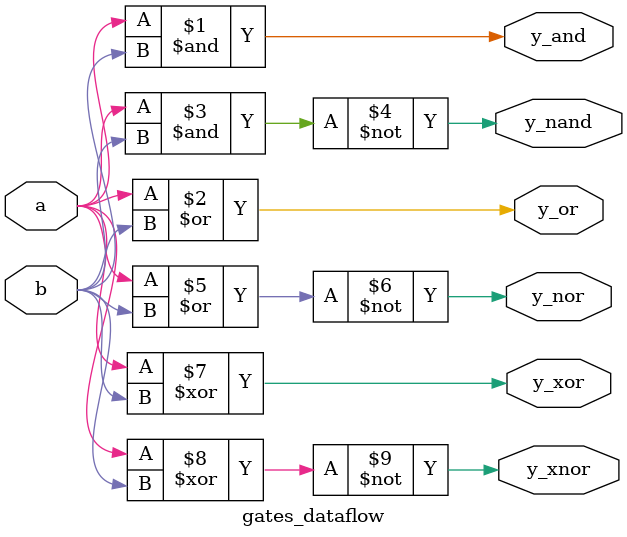
<source format=v>
module gates_dataflow(
input a,b,
output y_and,y_or,y_nand,y_nor,y_xor,y_xnor
);

assign y_and = a&b;
assign y_or = a|b;
assign y_nand = ~(a&b);
assign y_nor = ~(a|b);
assign y_xor = a^b;
assign y_xnor = ~(a^b);

endmodule

</source>
